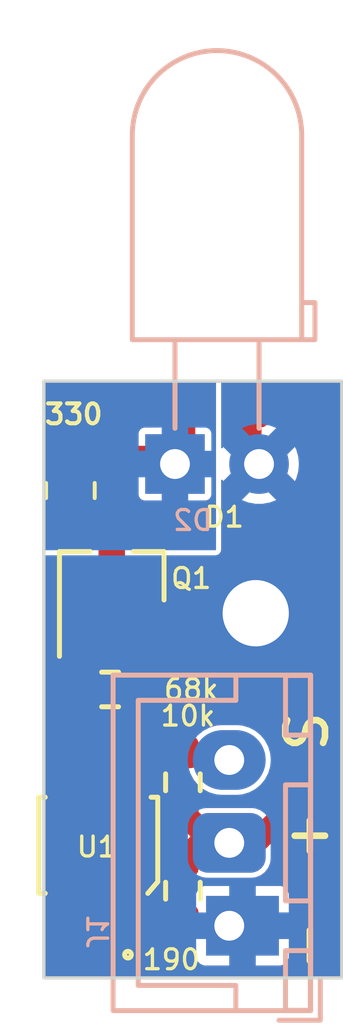
<source format=kicad_pcb>
(kicad_pcb (version 20221018) (generator pcbnew)
  (layers (0 "F.Cu" mixed) (31 "B.Cu" mixed) (34 "B.Paste" user) (35 "F.Paste" user) (36 "B.SilkS" user "B.Silkscreen") (37 "F.SilkS" user "F.Silkscreen") (38 "B.Mask" user) (39 "F.Mask" user) (44 "Edge.Cuts" user))
  (net 0 "")
  (net 1 "+5V")
  (net 2 "GND")
  (net 3 "Net-(R1-Pad2)")
  (net 4 "Net-(Q1-E)")
  (net 5 "Output")
  (net 6 "Net-(Q1-B)")
  (net 7 "Net-(D1-K)")
  (footprint "user_custom_library:QRE1113GR" (layer "F.Cu") (at 151.64 114 180)
    (fp_text reference "U1" (at 0.04 -0.05 unlocked) (layer "F.SilkS") (effects (font (size 0.6 0.6) (thickness 0.1))))
    (fp_text value "QRE1113GR" hide)
    (fp_line (start -1.8 -1.1) (end -1.8 1.45) (stroke (width 0.15)) (layer "F.SilkS"))
    (fp_line (start -1.8 -1.1) (end -1.5 -1.45) (stroke (width 0.15)) (layer "F.SilkS"))
    (fp_line (start -1.8 1.45) (end -1.6 1.45) (stroke (width 0.15)) (layer "F.SilkS"))
    (fp_line (start 1.8 -1.45) (end 1.6 -1.45) (stroke (width 0.15)) (layer "F.SilkS"))
    (fp_line (start 1.8 -1.45) (end 1.8 1.45) (stroke (width 0.15)) (layer "F.SilkS"))
    (fp_line (start 1.8 1.45) (end 1.6 1.45) (stroke (width 0.15)) (layer "F.SilkS"))
    (fp_circle (center -0.9 -3.3) (end -0.8 -3.3) (stroke (width 0.15)) (fill none) (layer "F.SilkS"))
    (pad "1" smd rect (at -0.9 -1.975 180) (size 0.69 1.57) (layers "F.Cu" "F.Paste" "F.Mask") (net 3 "Net-(R1-Pad2)"))
    (pad "2" smd rect (at -0.9 1.975 180) (size 0.69 1.57) (layers "F.Cu" "F.Paste" "F.Mask") (net 2 "GND"))
    (pad "3" smd rect (at 0.9 1.975 180) (size 0.69 1.57) (layers "F.Cu" "F.Paste" "F.Mask") (net 5 "Output"))
    (pad "4" smd rect (at 0.9 -1.975 180) (size 0.69 1.57) (layers "F.Cu" "F.Paste" "F.Mask") (net 2 "GND"))
  )
  (footprint "Resistor_SMD:R_0603_1608Metric_Pad0.98x0.95mm_HandSolder" (layer "F.Cu") (at 152 109.3)
    (fp_text reference "R5" hide)
    (fp_text value "68k" (at 2.45 0 unlocked) (layer "F.SilkS") (effects (font (size 0.6 0.6) (thickness 0.1))))
    (fp_line (start -0.254724 -0.5225) (end 0.254724 -0.5225) (stroke (width 0.15)) (layer "F.SilkS"))
    (fp_line (start -0.254724 0.5225) (end 0.254724 0.5225) (stroke (width 0.15)) (layer "F.SilkS"))
    (pad "1" smd roundrect (at -0.9125 0) (size 0.975 0.95) (layers "F.Cu" "F.Paste" "F.Mask") (net 6 "Net-(Q1-B)"))
    (pad "2" smd roundrect (at 0.9125 0) (size 0.975 0.95) (layers "F.Cu" "F.Paste" "F.Mask") (net 5 "Output"))
  )
  (footprint "Resistor_SMD:R_0603_1608Metric_Pad0.98x0.95mm_HandSolder" (layer "F.Cu") (at 154.2 112.1 90)
    (fp_text reference "R2" hide)
    (fp_text value "10k" (at 2 0.15 unlocked) (layer "F.SilkS") (effects (font (size 0.6 0.6) (thickness 0.1))))
    (fp_line (start -0.254724 -0.5225) (end 0.254724 -0.5225) (stroke (width 0.15)) (layer "F.SilkS"))
    (fp_line (start -0.254724 0.5225) (end 0.254724 0.5225) (stroke (width 0.15)) (layer "F.SilkS"))
    (pad "1" smd roundrect (at -0.9125 0 90) (size 0.975 0.95) (layers "F.Cu" "F.Paste" "F.Mask") (net 1 "+5V"))
    (pad "2" smd roundrect (at 0.9125 0 90) (size 0.975 0.95) (layers "F.Cu" "F.Paste" "F.Mask") (net 5 "Output"))
  )
  (footprint "Resistor_SMD:R_0603_1608Metric_Pad0.98x0.95mm_HandSolder" (layer "F.Cu") (at 154.2 115.37 -90)
    (fp_text reference "R1" hide)
    (fp_text value "190" (at 2.08 0.35 unlocked) (layer "F.SilkS") (effects (font (size 0.6 0.6) (thickness 0.1))))
    (fp_line (start -0.254724 -0.5225) (end 0.254724 -0.5225) (stroke (width 0.15)) (layer "F.SilkS"))
    (fp_line (start -0.254724 0.5225) (end 0.254724 0.5225) (stroke (width 0.15)) (layer "F.SilkS"))
    (pad "1" smd roundrect (at -0.9125 0 270) (size 0.975 0.95) (layers "F.Cu" "F.Paste" "F.Mask") (net 1 "+5V"))
    (pad "2" smd roundrect (at 0.9125 0 270) (size 0.975 0.95) (layers "F.Cu" "F.Paste" "F.Mask") (net 3 "Net-(R1-Pad2)"))
  )
  (footprint "Package_TO_SOT_SMD:SOT-23_Handsoldering" (layer "F.Cu") (at 152.05 105.9 90)
    (fp_text reference "Q1" (at -0.05 2.4 unlocked) (layer "F.SilkS") (effects (font (size 0.6 0.6) (thickness 0.1))))
    (fp_text value "Q_PNP_BCE")
    (fp_line (start 0.76 -1.58) (end -2.4 -1.58) (stroke (width 0.15)) (layer "F.SilkS"))
    (fp_line (start 0.76 -1.58) (end 0.76 -0.65) (stroke (width 0.15)) (layer "F.SilkS"))
    (fp_line (start 0.76 1.58) (end -0.7 1.58) (stroke (width 0.15)) (layer "F.SilkS"))
    (fp_line (start 0.76 1.58) (end 0.76 0.65) (stroke (width 0.15)) (layer "F.SilkS"))
    (pad "1" smd rect (at -1.5 -0.95 90) (size 1.9 0.8) (layers "F.Cu" "F.Paste" "F.Mask") (net 6 "Net-(Q1-B)"))
    (pad "2" smd rect (at -1.5 0.95 90) (size 1.9 0.8) (layers "F.Cu" "F.Paste" "F.Mask") (net 1 "+5V"))
    (pad "3" smd rect (at 1.5 0 90) (size 1.9 0.8) (layers "F.Cu" "F.Paste" "F.Mask") (net 4 "Net-(Q1-E)"))
  )
  (footprint "Resistor_SMD:R_0805_2012Metric_Pad1.20x1.40mm_HandSolder" (layer "F.Cu") (at 150.8 103.3 90)
    (fp_text reference "R4" hide)
    (fp_text value "330" (at 2.3 0.1 180) (layer "F.SilkS") (effects (font (size 0.6 0.6) (thickness 0.125))))
    (fp_line (start -0.227064 -0.735) (end 0.227064 -0.735) (stroke (width 0.12)) (layer "F.SilkS"))
    (fp_line (start -0.227064 0.735) (end 0.227064 0.735) (stroke (width 0.12)) (layer "F.SilkS"))
    (pad "1" smd roundrect (at -1 0 90) (size 1.2 1.4) (layers "F.Cu" "F.Paste" "F.Mask") (roundrect_rratio 0.2083333333) (net 4 "Net-(Q1-E)"))
    (pad "2" smd roundrect (at 1 0 90) (size 1.2 1.4) (layers "F.Cu" "F.Paste" "F.Mask") (roundrect_rratio 0.2083333333) (net 7 "Net-(D1-K)"))
  )
  (footprint "LED_SMD:LED_0805_2012Metric_Pad1.15x1.40mm_HandSolder" (layer "F.Cu") (at 155.2 100.7)
    (fp_text reference "D1" (at 0.25 3.4 unlocked) (layer "F.SilkS") (effects (font (size 0.6 0.6) (thickness 0.1))))
    (fp_text value "LED")
    (pad "1" smd roundrect (at -1.025 0) (size 1.15 1.4) (layers "F.Cu" "F.Paste" "F.Mask") (roundrect_rratio 0.2173913043) (net 7 "Net-(D1-K)"))
    (pad "2" smd roundrect (at 1.025 0) (size 1.15 1.4) (layers "F.Cu" "F.Paste" "F.Mask") (roundrect_rratio 0.2173913043) (net 2 "GND"))
  )
  (footprint "Connector_JST_Modified:JST_XH_B3B-XH-A_1x03_P2.50mm_Vertical_Mod" (layer "B.Cu") (at 155.6 116.427214 90)
    (fp_text reference "J1" (at -0.172786 -4 270 unlocked) (layer "B.SilkS") (effects (font (size 0.6 0.6) (thickness 0.1)) (justify mirror)))
    (fp_text value "JST_3pin" hide)
    (fp_line (start -2.85 2.75) (end -2.85 1.5) (stroke (width 0.15)) (layer "B.SilkS"))
    (fp_line (start -2.56 -3.51) (end 7.56 -3.51) (stroke (width 0.15)) (layer "B.SilkS"))
    (fp_line (start -2.56 2.46) (end -2.56 -3.51) (stroke (width 0.15)) (layer "B.SilkS"))
    (fp_line (start -2.55 0.2) (end -1.8 0.2) (stroke (width 0.15)) (layer "B.SilkS"))
    (fp_line (start -2.55 1.7) (end -0.75 1.7) (stroke (width 0.15)) (layer "B.SilkS"))
    (fp_line (start -2.55 2.45) (end -2.55 1.7) (stroke (width 0.15)) (layer "B.SilkS"))
    (fp_line (start -1.8 -2.75) (end 2.5 -2.75) (stroke (width 0.15)) (layer "B.SilkS"))
    (fp_line (start -1.8 0.2) (end -1.8 -2.75) (stroke (width 0.15)) (layer "B.SilkS"))
    (fp_line (start -1.6 2.75) (end -2.85 2.75) (stroke (width 0.15)) (layer "B.SilkS"))
    (fp_line (start -0.75 1.7) (end -0.75 2.45) (stroke (width 0.15)) (layer "B.SilkS"))
    (fp_line (start -0.75 2.45) (end -2.55 2.45) (stroke (width 0.15)) (layer "B.SilkS"))
    (fp_line (start 0.75 1.7) (end 4.25 1.7) (stroke (width 0.15)) (layer "B.SilkS"))
    (fp_line (start 0.75 2.45) (end 0.75 1.7) (stroke (width 0.15)) (layer "B.SilkS"))
    (fp_line (start 4.25 1.7) (end 4.25 2.45) (stroke (width 0.15)) (layer "B.SilkS"))
    (fp_line (start 4.25 2.45) (end 0.75 2.45) (stroke (width 0.15)) (layer "B.SilkS"))
    (fp_line (start 5.75 1.7) (end 7.55 1.7) (stroke (width 0.15)) (layer "B.SilkS"))
    (fp_line (start 5.75 2.45) (end 5.75 1.7) (stroke (width 0.15)) (layer "B.SilkS"))
    (fp_line (start 6.8 -2.75) (end 2.5 -2.75) (stroke (width 0.15)) (layer "B.SilkS"))
    (fp_line (start 6.8 0.2) (end 6.8 -2.75) (stroke (width 0.15)) (layer "B.SilkS"))
    (fp_line (start 7.55 0.2) (end 6.8 0.2) (stroke (width 0.15)) (layer "B.SilkS"))
    (fp_line (start 7.55 1.7) (end 7.55 2.45) (stroke (width 0.15)) (layer "B.SilkS"))
    (fp_line (start 7.55 2.45) (end 5.75 2.45) (stroke (width 0.15)) (layer "B.SilkS"))
    (fp_line (start 7.56 -3.51) (end 7.56 2.46) (stroke (width 0.15)) (layer "B.SilkS"))
    (fp_line (start 7.56 2.46) (end -2.56 2.46) (stroke (width 0.15)) (layer "B.SilkS"))
    (pad "1" thru_hole rect (at 0 0 90) (size 1.8 2.2) (drill 0.9 (offset 0 0.4)) (layers "*.Cu" "*.Mask") (net 2 "GND"))
    (pad "2" thru_hole roundrect (at 2.5 0 90) (size 1.8 2.2) (drill 0.9) (layers "*.Cu" "*.Mask") (net 1 "+5V"))
    (pad "3" thru_hole oval (at 5 0 90) (size 1.8 2.2) (drill 0.9) (layers "*.Cu" "*.Mask") (net 5 "Output"))
  )
  (footprint "LED_THT:LED_D5.0mm_Horizontal_O3.81mm_Z3.0mm" (layer "B.Cu") (at 153.96 102.5)
    (fp_text reference "D2" (at 0.54 1.7 unlocked) (layer "B.SilkS") (effects (font (size 0.6 0.6) (thickness 0.1)) (justify mirror)))
    (fp_text value "LED")
    (fp_line (start -1.29 -3.75) (end -1.29 -9.91) (stroke (width 0.15)) (layer "B.SilkS"))
    (fp_line (start -1.29 -3.75) (end 3.83 -3.75) (stroke (width 0.15)) (layer "B.SilkS"))
    (fp_line (start 0 -3.75) (end 0 -3.75) (stroke (width 0.15)) (layer "B.SilkS"))
    (fp_line (start 0 -3.75) (end 0 -1.08) (stroke (width 0.15)) (layer "B.SilkS"))
    (fp_line (start 0 -1.08) (end 0 -3.75) (stroke (width 0.15)) (layer "B.SilkS"))
    (fp_line (start 0 -1.08) (end 0 -1.08) (stroke (width 0.15)) (layer "B.SilkS"))
    (fp_line (start 2.54 -3.75) (end 2.54 -3.75) (stroke (width 0.15)) (layer "B.SilkS"))
    (fp_line (start 2.54 -3.75) (end 2.54 -1.08) (stroke (width 0.15)) (layer "B.SilkS"))
    (fp_line (start 2.54 -1.08) (end 2.54 -3.75) (stroke (width 0.15)) (layer "B.SilkS"))
    (fp_line (start 2.54 -1.08) (end 2.54 -1.08) (stroke (width 0.15)) (layer "B.SilkS"))
    (fp_line (start 3.83 -4.87) (end 3.83 -3.75) (stroke (width 0.15)) (layer "B.SilkS"))
    (fp_line (start 3.83 -3.75) (end 3.83 -9.91) (stroke (width 0.15)) (layer "B.SilkS"))
    (fp_line (start 3.83 -3.75) (end 4.23 -3.75) (stroke (width 0.15)) (layer "B.SilkS"))
    (fp_line (start 4.23 -4.87) (end 3.83 -4.87) (stroke (width 0.15)) (layer "B.SilkS"))
    (fp_line (start 4.23 -3.75) (end 4.23 -4.87) (stroke (width 0.15)) (layer "B.SilkS"))
    (fp_arc (start -1.29 -9.91) (mid 1.27 -12.47) (end 3.83 -9.91) (stroke (width 0.15)) (layer "B.SilkS"))
    (pad "1" thru_hole rect (at 0 0) (size 1.8 1.8) (drill 0.9) (layers "*.Cu" "*.Mask") (net 7 "Net-(D1-K)"))
    (pad "2" thru_hole circle (at 2.54 0) (size 1.8 1.8) (drill 0.9) (layers "*.Cu" "*.Mask") (net 2 "GND"))
  )
  (gr_rect locked (start 150 100) (end 159 118) (stroke (width 0.1)) (fill none) (layer "Edge.Cuts"))
  (gr_text "-  +  S" (at 158.65 117.9 90) (layer "F.SilkS") (effects (font (size 1.2 1.2) (thickness 0.2) bold) (justify left bottom)))
  (segment (start 155.6 113.927214) (end 155.114714 113.927214) (width 0.7) (layer "F.Cu") (net 1))
  (segment (start 155.114714 113.927214) (end 154.2 113.0125) (width 0.7) (layer "F.Cu") (net 1))
  (segment (start 157.3 110.7) (end 154 107.4) (width 0.7) (layer "F.Cu") (net 1))
  (segment (start 157.3 113.013607) (end 157.3 110.7) (width 0.7) (layer "F.Cu") (net 1))
  (segment (start 156.386393 113.927214) (end 157.3 113.013607) (width 0.7) (layer "F.Cu") (net 1))
  (segment (start 155.6 113.927214) (end 154.730286 113.927214) (width 0.7) (layer "F.Cu") (net 1))
  (segment (start 154.730286 113.927214) (end 154.2 114.4575) (width 0.7) (layer "F.Cu") (net 1))
  (segment (start 154 107.4) (end 153 107.4) (width 0.7) (layer "F.Cu") (net 1))
  (segment (start 155.6 113.927214) (end 156.386393 113.927214) (width 0.7) (layer "F.Cu") (net 1))
  (segment (start 156.225 100.7) (end 156.225 102.225) (width 0.7) (layer "F.Cu") (net 2))
  (segment (start 156.225 102.225) (end 156.5 102.5) (width 0.7) (layer "F.Cu") (net 2))
  (via (at 156.4 107) (size 2.1) (drill 2) (layers "F.Cu" "B.Cu") (net 2))
  (segment (start 152.8475 116.2825) (end 152.54 115.975) (width 0.7) (layer "F.Cu") (net 3))
  (segment (start 154.2 116.2825) (end 152.8475 116.2825) (width 0.7) (layer "F.Cu") (net 3))
  (segment (start 151.95 104.3) (end 152.05 104.4) (width 0.7) (layer "F.Cu") (net 4))
  (segment (start 150.8 104.3) (end 151.95 104.3) (width 0.7) (layer "F.Cu") (net 4))
  (segment (start 154.2 111.1875) (end 155.360286 111.1875) (width 0.5) (layer "F.Cu") (net 5))
  (segment (start 150.74 111.06) (end 151.00625 110.79375) (width 0.5) (layer "F.Cu") (net 5))
  (segment (start 150.74 112.025) (end 150.74 111.06) (width 0.5) (layer "F.Cu") (net 5))
  (segment (start 155.360286 111.1875) (end 155.6 111.427214) (width 0.5) (layer "F.Cu") (net 5))
  (segment (start 151.00625 110.79375) (end 153.80625 110.79375) (width 0.5) (layer "F.Cu") (net 5))
  (segment (start 152.9125 109.9) (end 154.2 111.1875) (width 0.5) (layer "F.Cu") (net 5))
  (segment (start 152.9125 109.3) (end 152.9125 109.9) (width 0.5) (layer "F.Cu") (net 5))
  (segment (start 153.80625 110.79375) (end 154.2 111.1875) (width 0.5) (layer "F.Cu") (net 5))
  (segment (start 151.1 109.2875) (end 151.0875 109.3) (width 0.5) (layer "F.Cu") (net 6))
  (segment (start 151.1 107.4) (end 151.1 109.2875) (width 0.5) (layer "F.Cu") (net 6))
  (segment (start 154.175 102.285) (end 153.96 102.5) (width 0.7) (layer "F.Cu") (net 7))
  (segment (start 153.76 102.3) (end 153.96 102.5) (width 0.7) (layer "F.Cu") (net 7))
  (segment (start 154.175 100.7) (end 154.175 102.285) (width 0.7) (layer "F.Cu") (net 7))
  (segment (start 150.8 102.3) (end 153.76 102.3) (width 0.7) (layer "F.Cu") (net 7))
  (zone (net 2) (net_name "GND") (layers "F&B.Cu") (connect_pads (clearance 0.1)) (min_thickness 0.05) (fill yes (thermal_gap 0.3) (thermal_bridge_width 0.8))
    (polygon (pts (xy 155.3 99.9) (xy 155.3 105.2) (xy 149.95 105.2) (xy 149.95 118.05) (xy 159.05 118.05) (xy 159.05 99.9)))
  )
  (zone (net 7) (net_name "Net-(D1-K)") (layers "F&B.Cu") (connect_pads (clearance 0.1)) (min_thickness 0.05) (fill yes (thermal_gap 0.2) (thermal_bridge_width 0.8))
    (polygon (pts (xy 149.9 99.9) (xy 149.9 105.1) (xy 152.7 105.1) (xy 155.2 105.1) (xy 155.2 99.9)))
  )
)
</source>
